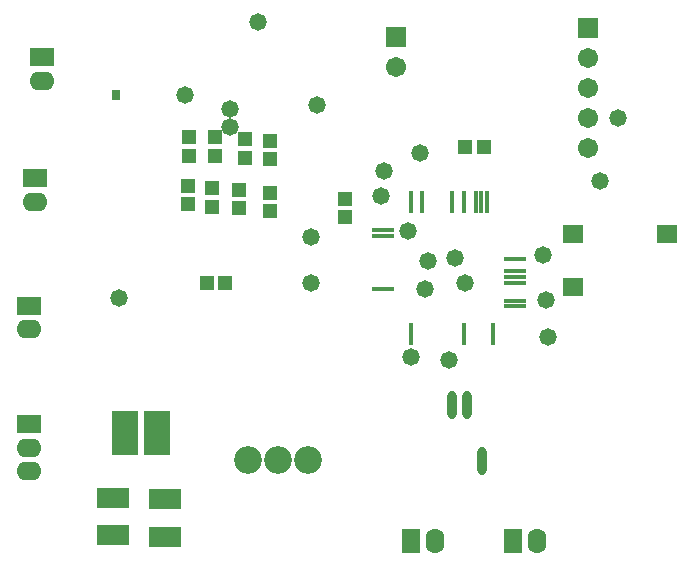
<source format=gbs>
G04*
G04 #@! TF.GenerationSoftware,Altium Limited,Altium Designer,19.1.5 (86)*
G04*
G04 Layer_Color=16711935*
%FSLAX25Y25*%
%MOIN*%
G70*
G01*
G75*
%ADD26O,0.07487X0.01581*%
%ADD27O,0.01581X0.07487*%
%ADD29R,0.04934X0.04737*%
%ADD30O,0.03162X0.09461*%
%ADD31R,0.06922X0.05918*%
%ADD34R,0.03064X0.03241*%
%ADD35O,0.06300X0.08300*%
%ADD36R,0.06300X0.08300*%
%ADD37R,0.06706X0.06706*%
%ADD38C,0.06706*%
%ADD39O,0.08300X0.06300*%
%ADD40R,0.08300X0.06300*%
%ADD41C,0.09265*%
%ADD42C,0.05800*%
%ADD56R,0.04540X0.04737*%
%ADD57R,0.08674X0.14580*%
%ADD58R,0.10642X0.06706*%
D26*
X384650Y310795D02*
D03*
Y308827D02*
D03*
Y291110D02*
D03*
X428350Y285205D02*
D03*
Y293079D02*
D03*
Y295047D02*
D03*
Y297016D02*
D03*
Y300953D02*
D03*
Y287173D02*
D03*
D27*
X411421Y276150D02*
D03*
X421264D02*
D03*
X419295Y319850D02*
D03*
X417327D02*
D03*
X415358D02*
D03*
X411421D02*
D03*
X407484D02*
D03*
X397642D02*
D03*
X393705D02*
D03*
Y276150D02*
D03*
D29*
X332000Y293000D02*
D03*
X325701D02*
D03*
X411850Y338500D02*
D03*
X418150D02*
D03*
D30*
X417500Y233551D02*
D03*
X407500Y252449D02*
D03*
X412500D02*
D03*
D31*
X479150Y309358D02*
D03*
X447850Y291642D02*
D03*
Y309358D02*
D03*
D34*
X295500Y355520D02*
D03*
D35*
X401874Y207000D02*
D03*
X435874D02*
D03*
D36*
X394000D02*
D03*
X428000D02*
D03*
D37*
X453000Y378000D02*
D03*
X389000Y375000D02*
D03*
D38*
X453000Y368000D02*
D03*
Y358000D02*
D03*
Y348000D02*
D03*
Y338000D02*
D03*
X389000Y365000D02*
D03*
D39*
X266500Y238126D02*
D03*
Y230252D02*
D03*
Y277626D02*
D03*
X268500Y320000D02*
D03*
X271000Y360500D02*
D03*
D40*
X266500Y246000D02*
D03*
Y285500D02*
D03*
X268500Y327874D02*
D03*
X271000Y368374D02*
D03*
D41*
X359500Y234000D02*
D03*
X349500D02*
D03*
X339500D02*
D03*
D42*
X397000Y336500D02*
D03*
X343000Y380000D02*
D03*
X385000Y330500D02*
D03*
X463000Y348000D02*
D03*
X406500Y267500D02*
D03*
X457000Y327000D02*
D03*
X439500Y275000D02*
D03*
X439000Y287500D02*
D03*
X438000Y302500D02*
D03*
X393705Y268500D02*
D03*
X412000Y293000D02*
D03*
X408500Y301500D02*
D03*
X398433Y291110D02*
D03*
X399500Y300500D02*
D03*
X393000Y310500D02*
D03*
X384000Y322000D02*
D03*
X360500Y293000D02*
D03*
Y308500D02*
D03*
X296650Y288000D02*
D03*
X362500Y352500D02*
D03*
X333500Y345000D02*
D03*
X318650Y355520D02*
D03*
X333500Y351000D02*
D03*
D56*
X338500Y334701D02*
D03*
Y341000D02*
D03*
X347000Y334201D02*
D03*
Y340500D02*
D03*
X328500Y335350D02*
D03*
Y341650D02*
D03*
X320000Y335350D02*
D03*
Y341650D02*
D03*
X336500Y317850D02*
D03*
Y324150D02*
D03*
X327500Y318350D02*
D03*
Y324650D02*
D03*
X319500Y319201D02*
D03*
Y325500D02*
D03*
X347000Y316850D02*
D03*
Y323150D02*
D03*
X372000Y314850D02*
D03*
Y321150D02*
D03*
D57*
X309130Y243000D02*
D03*
X298500D02*
D03*
D58*
X294500Y208980D02*
D03*
Y221500D02*
D03*
X312000Y208480D02*
D03*
Y221000D02*
D03*
M02*

</source>
